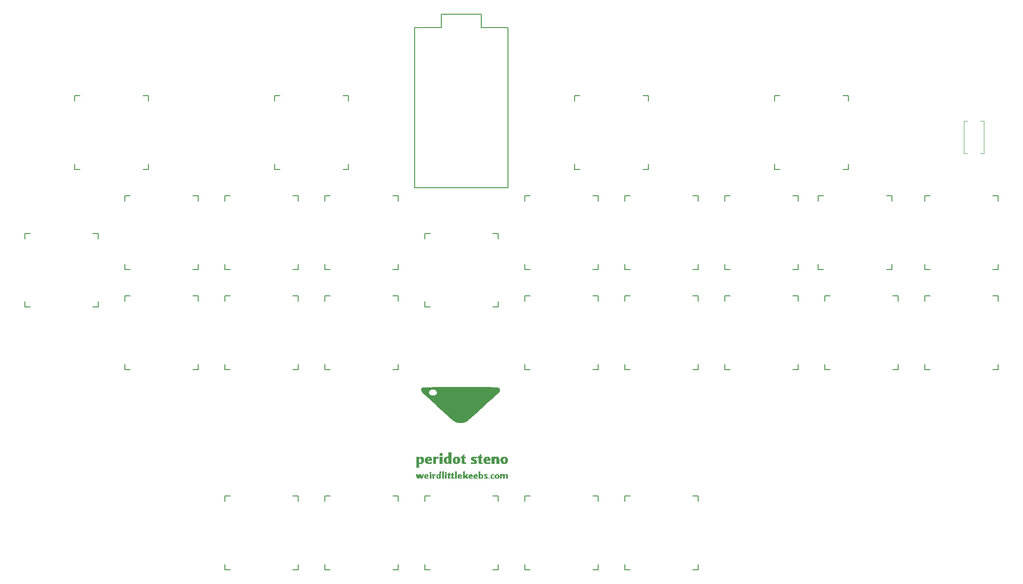
<source format=gto>
%TF.GenerationSoftware,KiCad,Pcbnew,(6.0.9)*%
%TF.CreationDate,2023-02-21T23:40:31+05:30*%
%TF.ProjectId,Peridot Steno,50657269-646f-4742-9053-74656e6f2e6b,rev?*%
%TF.SameCoordinates,Original*%
%TF.FileFunction,Legend,Top*%
%TF.FilePolarity,Positive*%
%FSLAX46Y46*%
G04 Gerber Fmt 4.6, Leading zero omitted, Abs format (unit mm)*
G04 Created by KiCad (PCBNEW (6.0.9)) date 2023-02-21 23:40:31*
%MOMM*%
%LPD*%
G01*
G04 APERTURE LIST*
%ADD10C,0.150000*%
%ADD11C,0.120000*%
%ADD12C,1.900000*%
%ADD13C,2.100000*%
%ADD14C,4.000000*%
%ADD15O,2.800000X2.000000*%
%ADD16O,2.500000X2.000000*%
%ADD17O,2.000000X2.500000*%
%ADD18O,2.000000X2.800000*%
%ADD19C,3.987800*%
%ADD20C,3.048000*%
%ADD21C,1.800000*%
%ADD22R,1.752600X1.752600*%
%ADD23C,1.752600*%
%ADD24R,1.600000X1.600000*%
%ADD25O,1.600000X1.600000*%
%ADD26R,2.000000X2.000000*%
G04 APERTURE END LIST*
D10*
%TO.C,SW26*%
X168925000Y-72675000D02*
X168925000Y-73675000D01*
X168925000Y-59675000D02*
X168925000Y-60675000D01*
X154925000Y-60675000D02*
X154925000Y-59675000D01*
X154925000Y-73675000D02*
X154925000Y-72675000D01*
X168925000Y-59675000D02*
X167925000Y-59675000D01*
X155925000Y-59675000D02*
X154925000Y-59675000D01*
X167925000Y-73675000D02*
X168925000Y-73675000D01*
X154925000Y-73675000D02*
X155925000Y-73675000D01*
%TO.C,SW19*%
X111775000Y-116825000D02*
X110775000Y-116825000D01*
X97775000Y-130825000D02*
X98775000Y-130825000D01*
X97775000Y-117825000D02*
X97775000Y-116825000D01*
X98775000Y-116825000D02*
X97775000Y-116825000D01*
X97775000Y-130825000D02*
X97775000Y-129825000D01*
X110775000Y-130825000D02*
X111775000Y-130825000D01*
X111775000Y-129825000D02*
X111775000Y-130825000D01*
X111775000Y-116825000D02*
X111775000Y-117825000D01*
%TO.C,SW17*%
X116825000Y-60675000D02*
X116825000Y-59675000D01*
X129825000Y-73675000D02*
X130825000Y-73675000D01*
X130825000Y-59675000D02*
X130825000Y-60675000D01*
X116825000Y-73675000D02*
X116825000Y-72675000D01*
X130825000Y-59675000D02*
X129825000Y-59675000D01*
X116825000Y-73675000D02*
X117825000Y-73675000D01*
X130825000Y-72675000D02*
X130825000Y-73675000D01*
X117825000Y-59675000D02*
X116825000Y-59675000D01*
%TO.C,SW42*%
X232125000Y-59675000D02*
X231125000Y-59675000D01*
X245125000Y-72675000D02*
X245125000Y-73675000D01*
X231125000Y-60675000D02*
X231125000Y-59675000D01*
X231125000Y-73675000D02*
X232125000Y-73675000D01*
X245125000Y-59675000D02*
X245125000Y-60675000D01*
X245125000Y-59675000D02*
X244125000Y-59675000D01*
X244125000Y-73675000D02*
X245125000Y-73675000D01*
X231125000Y-73675000D02*
X231125000Y-72675000D01*
%TO.C,SW27*%
X154925000Y-79725000D02*
X154925000Y-78725000D01*
X154925000Y-92725000D02*
X155925000Y-92725000D01*
X155925000Y-78725000D02*
X154925000Y-78725000D01*
X168925000Y-78725000D02*
X168925000Y-79725000D01*
X167925000Y-92725000D02*
X168925000Y-92725000D01*
X168925000Y-91725000D02*
X168925000Y-92725000D01*
X168925000Y-78725000D02*
X167925000Y-78725000D01*
X154925000Y-92725000D02*
X154925000Y-91725000D01*
%TO.C,SW36*%
X173975000Y-130825000D02*
X174975000Y-130825000D01*
X174975000Y-116825000D02*
X173975000Y-116825000D01*
X187975000Y-129825000D02*
X187975000Y-130825000D01*
X187975000Y-116825000D02*
X187975000Y-117825000D01*
X186975000Y-130825000D02*
X187975000Y-130825000D01*
X187975000Y-116825000D02*
X186975000Y-116825000D01*
X173975000Y-130825000D02*
X173975000Y-129825000D01*
X173975000Y-117825000D02*
X173975000Y-116825000D01*
%TO.C,SW21*%
X149875000Y-80818750D02*
X149875000Y-79818750D01*
X135875000Y-66818750D02*
X135875000Y-67818750D01*
X136875000Y-80818750D02*
X135875000Y-80818750D01*
X149875000Y-67818750D02*
X149875000Y-66818750D01*
X148875000Y-66818750D02*
X149875000Y-66818750D01*
X135875000Y-79818750D02*
X135875000Y-80818750D01*
X135875000Y-66818750D02*
X136875000Y-66818750D01*
X149875000Y-80818750D02*
X148875000Y-80818750D01*
%TO.C,SW32*%
X168925000Y-129825000D02*
X168925000Y-130825000D01*
X154925000Y-130825000D02*
X155925000Y-130825000D01*
X155925000Y-116825000D02*
X154925000Y-116825000D01*
X167925000Y-130825000D02*
X168925000Y-130825000D01*
X154925000Y-130825000D02*
X154925000Y-129825000D01*
X168925000Y-116825000D02*
X168925000Y-117825000D01*
X168925000Y-116825000D02*
X167925000Y-116825000D01*
X154925000Y-117825000D02*
X154925000Y-116825000D01*
%TO.C,SW28*%
X149875000Y-116825000D02*
X149875000Y-117825000D01*
X135875000Y-130825000D02*
X135875000Y-129825000D01*
X149875000Y-129825000D02*
X149875000Y-130825000D01*
X136875000Y-116825000D02*
X135875000Y-116825000D01*
X149875000Y-116825000D02*
X148875000Y-116825000D01*
X135875000Y-117825000D02*
X135875000Y-116825000D01*
X148875000Y-130825000D02*
X149875000Y-130825000D01*
X135875000Y-130825000D02*
X136875000Y-130825000D01*
%TO.C,SW33*%
X216550000Y-40625000D02*
X216550000Y-41625000D01*
X203550000Y-40625000D02*
X202550000Y-40625000D01*
X202550000Y-41625000D02*
X202550000Y-40625000D01*
X202550000Y-54625000D02*
X202550000Y-53625000D01*
X216550000Y-53625000D02*
X216550000Y-54625000D01*
X202550000Y-54625000D02*
X203550000Y-54625000D01*
X216550000Y-40625000D02*
X215550000Y-40625000D01*
X215550000Y-54625000D02*
X216550000Y-54625000D01*
%TO.C,SW34*%
X207025000Y-59675000D02*
X206025000Y-59675000D01*
X193025000Y-73675000D02*
X193025000Y-72675000D01*
X207025000Y-72675000D02*
X207025000Y-73675000D01*
X193025000Y-73675000D02*
X194025000Y-73675000D01*
X207025000Y-59675000D02*
X207025000Y-60675000D01*
X206025000Y-73675000D02*
X207025000Y-73675000D01*
X194025000Y-59675000D02*
X193025000Y-59675000D01*
X193025000Y-60675000D02*
X193025000Y-59675000D01*
%TO.C,SW39*%
X226075000Y-78725000D02*
X226075000Y-79725000D01*
X212075000Y-92725000D02*
X213075000Y-92725000D01*
X226075000Y-91725000D02*
X226075000Y-92725000D01*
X212075000Y-92725000D02*
X212075000Y-91725000D01*
X226075000Y-78725000D02*
X225075000Y-78725000D01*
X213075000Y-78725000D02*
X212075000Y-78725000D01*
X212075000Y-79725000D02*
X212075000Y-78725000D01*
X225075000Y-92725000D02*
X226075000Y-92725000D01*
%TO.C,SW31*%
X187975000Y-78725000D02*
X187975000Y-79725000D01*
X187975000Y-78725000D02*
X186975000Y-78725000D01*
X173975000Y-92725000D02*
X173975000Y-91725000D01*
X173975000Y-92725000D02*
X174975000Y-92725000D01*
X187975000Y-91725000D02*
X187975000Y-92725000D01*
X174975000Y-78725000D02*
X173975000Y-78725000D01*
X186975000Y-92725000D02*
X187975000Y-92725000D01*
X173975000Y-79725000D02*
X173975000Y-78725000D01*
%TO.C,SW9*%
X78725000Y-92725000D02*
X78725000Y-91725000D01*
X79725000Y-78725000D02*
X78725000Y-78725000D01*
X78725000Y-92725000D02*
X79725000Y-92725000D01*
X92725000Y-91725000D02*
X92725000Y-92725000D01*
X91725000Y-92725000D02*
X92725000Y-92725000D01*
X92725000Y-78725000D02*
X91725000Y-78725000D01*
X78725000Y-79725000D02*
X78725000Y-78725000D01*
X92725000Y-78725000D02*
X92725000Y-79725000D01*
%TO.C,U1*%
X151765000Y-27622500D02*
X151765000Y-58102500D01*
X146685000Y-25082500D02*
X146685000Y-27622500D01*
X146685000Y-27622500D02*
X151765000Y-27622500D01*
X133985000Y-27622500D02*
X133985000Y-58102500D01*
X133985000Y-27622500D02*
X139065000Y-27622500D01*
X139065000Y-25082500D02*
X146685000Y-25082500D01*
X151765000Y-58102500D02*
X133985000Y-58102500D01*
X139065000Y-27622500D02*
X139065000Y-25082500D01*
%TO.C,SW12*%
X98775000Y-59675000D02*
X97775000Y-59675000D01*
X111775000Y-59675000D02*
X111775000Y-60675000D01*
X111775000Y-59675000D02*
X110775000Y-59675000D01*
X111775000Y-72675000D02*
X111775000Y-73675000D01*
X110775000Y-73675000D02*
X111775000Y-73675000D01*
X97775000Y-60675000D02*
X97775000Y-59675000D01*
X97775000Y-73675000D02*
X97775000Y-72675000D01*
X97775000Y-73675000D02*
X98775000Y-73675000D01*
%TO.C,SW4*%
X73675000Y-80818750D02*
X72675000Y-80818750D01*
X59675000Y-66818750D02*
X60675000Y-66818750D01*
X59675000Y-66818750D02*
X59675000Y-67818750D01*
X59675000Y-79818750D02*
X59675000Y-80818750D01*
X72675000Y-66818750D02*
X73675000Y-66818750D01*
X73675000Y-80818750D02*
X73675000Y-79818750D01*
X73675000Y-67818750D02*
X73675000Y-66818750D01*
X60675000Y-80818750D02*
X59675000Y-80818750D01*
%TO.C,SW11*%
X107300000Y-54625000D02*
X107300000Y-53625000D01*
X121300000Y-53625000D02*
X121300000Y-54625000D01*
X121300000Y-40625000D02*
X121300000Y-41625000D01*
X108300000Y-40625000D02*
X107300000Y-40625000D01*
X120300000Y-54625000D02*
X121300000Y-54625000D01*
X107300000Y-54625000D02*
X108300000Y-54625000D01*
X121300000Y-40625000D02*
X120300000Y-40625000D01*
X107300000Y-41625000D02*
X107300000Y-40625000D01*
D11*
%TO.C,SW1*%
X242385850Y-51619150D02*
X242385850Y-45370750D01*
X242385850Y-45370750D02*
X241708601Y-45370750D01*
X241715290Y-51619150D02*
X242385850Y-51619150D01*
X238626650Y-45370750D02*
X238626650Y-51619150D01*
X239303899Y-45370750D02*
X238626650Y-45370750D01*
X238626650Y-51619150D02*
X239297210Y-51619150D01*
D10*
%TO.C,SW38*%
X224850000Y-72675000D02*
X224850000Y-73675000D01*
X210850000Y-73675000D02*
X210850000Y-72675000D01*
X210850000Y-73675000D02*
X211850000Y-73675000D01*
X210850000Y-60675000D02*
X210850000Y-59675000D01*
X223850000Y-73675000D02*
X224850000Y-73675000D01*
X224850000Y-59675000D02*
X223850000Y-59675000D01*
X211850000Y-59675000D02*
X210850000Y-59675000D01*
X224850000Y-59675000D02*
X224850000Y-60675000D01*
%TO.C,SW2*%
X83200000Y-53625000D02*
X83200000Y-54625000D01*
X69200000Y-41625000D02*
X69200000Y-40625000D01*
X70200000Y-40625000D02*
X69200000Y-40625000D01*
X82200000Y-54625000D02*
X83200000Y-54625000D01*
X83200000Y-40625000D02*
X83200000Y-41625000D01*
X83200000Y-40625000D02*
X82200000Y-40625000D01*
X69200000Y-54625000D02*
X69200000Y-53625000D01*
X69200000Y-54625000D02*
X70200000Y-54625000D01*
%TO.C,SW35*%
X193025000Y-79725000D02*
X193025000Y-78725000D01*
X206025000Y-92725000D02*
X207025000Y-92725000D01*
X207025000Y-91725000D02*
X207025000Y-92725000D01*
X207025000Y-78725000D02*
X207025000Y-79725000D01*
X193025000Y-92725000D02*
X194025000Y-92725000D01*
X207025000Y-78725000D02*
X206025000Y-78725000D01*
X194025000Y-78725000D02*
X193025000Y-78725000D01*
X193025000Y-92725000D02*
X193025000Y-91725000D01*
%TO.C,SW23*%
X130825000Y-129825000D02*
X130825000Y-130825000D01*
X117825000Y-116825000D02*
X116825000Y-116825000D01*
X116825000Y-130825000D02*
X117825000Y-130825000D01*
X130825000Y-116825000D02*
X130825000Y-117825000D01*
X116825000Y-130825000D02*
X116825000Y-129825000D01*
X130825000Y-116825000D02*
X129825000Y-116825000D01*
X129825000Y-130825000D02*
X130825000Y-130825000D01*
X116825000Y-117825000D02*
X116825000Y-116825000D01*
%TO.C,SW25*%
X164450000Y-54625000D02*
X165450000Y-54625000D01*
X178450000Y-40625000D02*
X178450000Y-41625000D01*
X178450000Y-53625000D02*
X178450000Y-54625000D01*
X178450000Y-40625000D02*
X177450000Y-40625000D01*
X164450000Y-41625000D02*
X164450000Y-40625000D01*
X164450000Y-54625000D02*
X164450000Y-53625000D01*
X165450000Y-40625000D02*
X164450000Y-40625000D01*
X177450000Y-54625000D02*
X178450000Y-54625000D01*
%TO.C,SW30*%
X187975000Y-59675000D02*
X186975000Y-59675000D01*
X187975000Y-72675000D02*
X187975000Y-73675000D01*
X186975000Y-73675000D02*
X187975000Y-73675000D01*
X173975000Y-73675000D02*
X174975000Y-73675000D01*
X174975000Y-59675000D02*
X173975000Y-59675000D01*
X173975000Y-73675000D02*
X173975000Y-72675000D01*
X187975000Y-59675000D02*
X187975000Y-60675000D01*
X173975000Y-60675000D02*
X173975000Y-59675000D01*
%TO.C,SW43*%
X245125000Y-78725000D02*
X244125000Y-78725000D01*
X245125000Y-78725000D02*
X245125000Y-79725000D01*
X232125000Y-78725000D02*
X231125000Y-78725000D01*
X231125000Y-92725000D02*
X232125000Y-92725000D01*
X231125000Y-92725000D02*
X231125000Y-91725000D01*
X231125000Y-79725000D02*
X231125000Y-78725000D01*
X245125000Y-91725000D02*
X245125000Y-92725000D01*
X244125000Y-92725000D02*
X245125000Y-92725000D01*
%TO.C,G\u002A\u002A\u002A*%
G36*
X139091487Y-108612956D02*
G01*
X139147823Y-108623885D01*
X139187480Y-108649487D01*
X139221244Y-108687627D01*
X139271822Y-108783839D01*
X139282953Y-108872430D01*
X139268376Y-108998476D01*
X139222065Y-109088278D01*
X139140952Y-109148208D01*
X139079168Y-109174300D01*
X139027289Y-109183132D01*
X138963461Y-109175918D01*
X138898638Y-109161658D01*
X138797354Y-109114929D01*
X138727750Y-109036913D01*
X138693016Y-108938998D01*
X138696340Y-108832573D01*
X138740909Y-108729027D01*
X138767845Y-108694446D01*
X138814101Y-108647664D01*
X138858292Y-108622530D01*
X138918891Y-108612410D01*
X139001186Y-108610657D01*
X139091487Y-108612956D01*
G37*
G36*
X135136977Y-112629650D02*
G01*
X135163752Y-112674418D01*
X135189409Y-112735724D01*
X135221939Y-112829782D01*
X135255599Y-112939601D01*
X135266598Y-112978669D01*
X135293380Y-113071851D01*
X135314664Y-113137561D01*
X135327506Y-113167148D01*
X135329912Y-113164697D01*
X135336180Y-113123899D01*
X135351573Y-113046483D01*
X135373372Y-112945760D01*
X135386268Y-112888889D01*
X135440922Y-112651566D01*
X135578870Y-112651566D01*
X135669297Y-112656810D01*
X135711723Y-112672895D01*
X135715765Y-112683637D01*
X135707329Y-112717847D01*
X135684727Y-112791393D01*
X135650882Y-112895229D01*
X135608717Y-113020307D01*
X135581068Y-113100556D01*
X135447424Y-113485404D01*
X135253968Y-113492801D01*
X135060512Y-113500197D01*
X135012184Y-113306121D01*
X134987445Y-113217919D01*
X134964677Y-113156075D01*
X134947913Y-113131039D01*
X134944930Y-113131957D01*
X134928579Y-113165270D01*
X134904095Y-113233208D01*
X134877507Y-113318637D01*
X134829008Y-113485404D01*
X134636501Y-113492808D01*
X134443994Y-113500211D01*
X134323218Y-113107959D01*
X134282170Y-112972873D01*
X134247145Y-112854230D01*
X134220720Y-112761032D01*
X134205473Y-112702284D01*
X134202762Y-112687180D01*
X134225843Y-112672835D01*
X134284157Y-112657365D01*
X134361745Y-112643176D01*
X134442648Y-112632673D01*
X134510907Y-112628264D01*
X134550564Y-112632353D01*
X134553554Y-112634295D01*
X134563001Y-112663266D01*
X134576822Y-112727728D01*
X134588959Y-112795694D01*
X134608994Y-112901081D01*
X134632877Y-113005011D01*
X134646181Y-113053742D01*
X134678472Y-113160867D01*
X134739882Y-112893388D01*
X134801291Y-112625909D01*
X134883827Y-112625909D01*
X134971956Y-112620631D01*
X135044440Y-112610294D01*
X135101109Y-112605817D01*
X135136977Y-112629650D01*
G37*
G36*
X143485913Y-112997930D02*
G01*
X143589349Y-112882475D01*
X143655107Y-112803546D01*
X143712957Y-112724774D01*
X143738717Y-112683637D01*
X143764597Y-112640666D01*
X143792299Y-112615773D01*
X143835580Y-112604025D01*
X143908199Y-112600487D01*
X143971238Y-112600253D01*
X144061550Y-112602678D01*
X144127621Y-112609077D01*
X144156778Y-112618140D01*
X144157195Y-112619495D01*
X144140399Y-112645612D01*
X144096070Y-112698955D01*
X144032376Y-112769896D01*
X144002086Y-112802335D01*
X143847610Y-112965931D01*
X144015548Y-113184576D01*
X144084463Y-113277373D01*
X144139677Y-113357568D01*
X144174589Y-113415205D01*
X144183485Y-113437898D01*
X144170786Y-113455448D01*
X144127629Y-113466277D01*
X144046425Y-113471556D01*
X143958498Y-113472576D01*
X143733511Y-113472576D01*
X143650601Y-113321763D01*
X143601485Y-113238579D01*
X143555359Y-113170736D01*
X143525058Y-113135753D01*
X143503532Y-113121797D01*
X143492362Y-113130538D01*
X143490015Y-113170490D01*
X143494960Y-113250167D01*
X143497926Y-113286566D01*
X143513429Y-113472576D01*
X143187932Y-113472576D01*
X143177966Y-112799091D01*
X143175340Y-112619036D01*
X143173051Y-112456894D01*
X143171188Y-112319409D01*
X143169838Y-112213330D01*
X143169093Y-112145401D01*
X143169025Y-112122352D01*
X143192918Y-112118297D01*
X143254718Y-112110733D01*
X143341273Y-112101266D01*
X143345183Y-112100858D01*
X143520315Y-112082620D01*
X143485913Y-112997930D01*
G37*
G36*
X141290872Y-112306225D02*
G01*
X141305821Y-112357191D01*
X141309945Y-112454410D01*
X141309950Y-112459142D01*
X141309950Y-112625909D01*
X141399748Y-112625909D01*
X141460079Y-112630200D01*
X141484825Y-112651964D01*
X141489546Y-112702879D01*
X141483188Y-112757397D01*
X141453200Y-112777491D01*
X141412576Y-112779849D01*
X141335606Y-112779849D01*
X141335606Y-113020445D01*
X141338812Y-113153213D01*
X141350570Y-113241518D01*
X141374092Y-113291929D01*
X141412588Y-113311016D01*
X141469271Y-113305351D01*
X141474263Y-113304132D01*
X141518750Y-113297447D01*
X141537158Y-113316494D01*
X141540856Y-113373757D01*
X141540859Y-113377252D01*
X141528808Y-113451983D01*
X141500275Y-113482659D01*
X141452372Y-113490599D01*
X141371559Y-113494940D01*
X141275871Y-113495746D01*
X141183339Y-113493085D01*
X141111996Y-113487022D01*
X141085161Y-113481143D01*
X141044877Y-113449495D01*
X141015083Y-113387616D01*
X140994147Y-113289415D01*
X140980441Y-113148807D01*
X140976414Y-113074899D01*
X140963586Y-112792677D01*
X140893030Y-112784559D01*
X140835318Y-112763052D01*
X140819407Y-112722327D01*
X140843847Y-112670772D01*
X140907187Y-112616778D01*
X140923784Y-112606772D01*
X140996053Y-112555068D01*
X141078439Y-112481031D01*
X141135253Y-112420775D01*
X141210170Y-112339023D01*
X141260516Y-112300504D01*
X141290872Y-112306225D01*
G37*
G36*
X138025909Y-109479097D02*
G01*
X138083636Y-109426312D01*
X138216526Y-109336942D01*
X138365738Y-109293995D01*
X138423117Y-109290556D01*
X138498776Y-109295924D01*
X138542664Y-109317399D01*
X138557870Y-109363032D01*
X138547482Y-109440876D01*
X138519663Y-109542288D01*
X138489203Y-109634609D01*
X138463980Y-109685909D01*
X138438414Y-109705326D01*
X138420099Y-109705389D01*
X138308432Y-109687382D01*
X138232050Y-109680932D01*
X138176291Y-109685841D01*
X138127633Y-109701435D01*
X138069464Y-109739950D01*
X138037159Y-109788013D01*
X138037130Y-109788129D01*
X138032889Y-109831816D01*
X138030156Y-109916656D01*
X138029065Y-110032506D01*
X138029747Y-110169223D01*
X138031042Y-110255949D01*
X138038737Y-110668853D01*
X137754056Y-110666018D01*
X137469375Y-110663182D01*
X137471834Y-110002247D01*
X137472958Y-109797671D01*
X137474852Y-109638787D01*
X137477859Y-109519976D01*
X137482321Y-109435617D01*
X137488582Y-109380091D01*
X137496983Y-109347780D01*
X137507868Y-109333062D01*
X137512778Y-109330899D01*
X137554362Y-109324549D01*
X137633329Y-109316305D01*
X137735853Y-109307534D01*
X137788586Y-109303596D01*
X138025909Y-109286704D01*
X138025909Y-109479097D01*
G37*
G36*
X140605774Y-112315774D02*
G01*
X140614176Y-112377000D01*
X140617222Y-112459142D01*
X140617222Y-112625909D01*
X140715405Y-112625909D01*
X140778742Y-112628723D01*
X140804076Y-112644841D01*
X140804686Y-112685777D01*
X140802503Y-112701436D01*
X140782972Y-112759165D01*
X140737781Y-112782710D01*
X140723563Y-112784819D01*
X140691157Y-112790550D01*
X140670764Y-112805458D01*
X140659081Y-112839845D01*
X140652805Y-112904012D01*
X140648634Y-113008263D01*
X140648257Y-113019709D01*
X140647016Y-113150571D01*
X140655769Y-113237555D01*
X140677958Y-113287680D01*
X140717026Y-113307960D01*
X140776415Y-113305414D01*
X140787470Y-113303463D01*
X140873642Y-113287297D01*
X140856852Y-113373522D01*
X140837762Y-113437572D01*
X140813961Y-113477126D01*
X140812026Y-113478597D01*
X140773751Y-113488050D01*
X140699901Y-113494942D01*
X140606200Y-113497829D01*
X140602818Y-113497840D01*
X140498613Y-113495053D01*
X140430664Y-113483990D01*
X140384163Y-113461425D01*
X140365805Y-113446209D01*
X140332506Y-113410146D01*
X140309402Y-113368066D01*
X140294287Y-113309762D01*
X140284955Y-113225026D01*
X140279201Y-113103652D01*
X140277245Y-113036415D01*
X140270859Y-112792677D01*
X140200303Y-112784559D01*
X140144006Y-112761230D01*
X140125809Y-112717964D01*
X140145353Y-112668797D01*
X140202279Y-112627762D01*
X140204334Y-112626896D01*
X140257547Y-112593758D01*
X140330740Y-112534067D01*
X140409744Y-112459569D01*
X140424744Y-112444188D01*
X140494885Y-112373939D01*
X140552890Y-112320928D01*
X140588873Y-112294027D01*
X140593894Y-112292374D01*
X140605774Y-112315774D01*
G37*
G36*
X134379844Y-109357333D02*
G01*
X134469479Y-109348785D01*
X134580876Y-109343169D01*
X134655652Y-109341869D01*
X134744134Y-109343096D01*
X134793015Y-109349778D01*
X134814000Y-109366412D01*
X134818792Y-109397499D01*
X134818838Y-109404599D01*
X134818838Y-109467328D01*
X134960681Y-109404599D01*
X135123411Y-109354113D01*
X135282756Y-109344321D01*
X135429881Y-109373481D01*
X135555949Y-109439850D01*
X135651533Y-109540791D01*
X135713000Y-109650806D01*
X135750212Y-109765537D01*
X135767846Y-109902708D01*
X135770882Y-109993025D01*
X135767494Y-110105767D01*
X135750444Y-110194049D01*
X135713884Y-110284126D01*
X135699669Y-110312630D01*
X135595230Y-110462794D01*
X135456004Y-110578994D01*
X135288425Y-110657828D01*
X135098927Y-110695893D01*
X134972157Y-110697464D01*
X134820284Y-110688839D01*
X134836193Y-111037509D01*
X134852103Y-111386179D01*
X134597553Y-111401687D01*
X134485052Y-111409724D01*
X134389592Y-111418721D01*
X134324325Y-111427326D01*
X134305112Y-111431745D01*
X134295596Y-111430242D01*
X134287787Y-111414797D01*
X134281523Y-111381016D01*
X134276642Y-111324506D01*
X134272980Y-111240872D01*
X134270374Y-111125722D01*
X134268662Y-110974661D01*
X134267680Y-110783296D01*
X134267267Y-110547232D01*
X134267222Y-110409546D01*
X134267222Y-110058091D01*
X134793182Y-110058091D01*
X134793481Y-110199834D01*
X134795234Y-110298446D01*
X134799720Y-110362111D01*
X134808219Y-110399010D01*
X134822012Y-110417326D01*
X134842380Y-110425242D01*
X134850909Y-110426995D01*
X134925075Y-110439178D01*
X134974419Y-110438570D01*
X135024030Y-110424292D01*
X135033907Y-110420590D01*
X135097845Y-110379836D01*
X135137936Y-110335703D01*
X135182179Y-110235199D01*
X135206784Y-110109118D01*
X135212085Y-109972568D01*
X135198417Y-109840658D01*
X135166115Y-109728498D01*
X135122935Y-109658550D01*
X135054566Y-109609391D01*
X134978068Y-109604865D01*
X134884603Y-109644647D01*
X134876566Y-109649467D01*
X134793182Y-109700307D01*
X134793182Y-110058091D01*
X134267222Y-110058091D01*
X134267222Y-109372798D01*
X134379844Y-109357333D01*
G37*
G36*
X147120207Y-109697449D02*
G01*
X147211272Y-109540982D01*
X147340303Y-109414460D01*
X147427290Y-109359254D01*
X147486086Y-109332339D01*
X147549724Y-109315524D01*
X147632289Y-109306641D01*
X147747865Y-109303521D01*
X147790106Y-109303384D01*
X147910636Y-109304435D01*
X147993726Y-109309406D01*
X148053236Y-109321025D01*
X148103024Y-109342022D01*
X148156951Y-109375124D01*
X148157988Y-109375810D01*
X148263407Y-109475939D01*
X148341245Y-109617114D01*
X148389999Y-109796186D01*
X148401936Y-109887071D01*
X148418247Y-110060253D01*
X148007028Y-110060253D01*
X147853438Y-110060528D01*
X147743776Y-110061984D01*
X147670654Y-110065564D01*
X147626687Y-110072214D01*
X147604490Y-110082877D01*
X147596675Y-110098499D01*
X147595808Y-110112840D01*
X147618008Y-110205723D01*
X147675835Y-110294376D01*
X147756130Y-110358660D01*
X147756596Y-110358902D01*
X147865500Y-110392403D01*
X147997905Y-110399663D01*
X148133563Y-110381252D01*
X148237266Y-110345381D01*
X148303083Y-110315281D01*
X148346117Y-110298816D01*
X148354654Y-110297753D01*
X148360744Y-110324450D01*
X148370339Y-110386939D01*
X148378404Y-110448236D01*
X148396255Y-110592482D01*
X148271839Y-110636763D01*
X148148518Y-110667284D01*
X147994230Y-110686202D01*
X147828139Y-110692869D01*
X147669407Y-110686641D01*
X147537199Y-110666872D01*
X147518838Y-110662145D01*
X147353109Y-110592431D01*
X147223358Y-110486477D01*
X147130639Y-110345639D01*
X147076007Y-110171272D01*
X147063701Y-110077064D01*
X147069957Y-109880657D01*
X147593483Y-109880657D01*
X147929343Y-109880657D01*
X147929343Y-109779701D01*
X147916617Y-109657111D01*
X147880048Y-109573451D01*
X147822055Y-109531936D01*
X147745852Y-109535530D01*
X147691893Y-109577298D01*
X147645712Y-109660411D01*
X147612683Y-109774957D01*
X147610903Y-109784445D01*
X147593483Y-109880657D01*
X147069957Y-109880657D01*
X147070039Y-109878073D01*
X147120207Y-109697449D01*
G37*
G36*
X142015505Y-113472576D02*
G01*
X141670777Y-113472576D01*
X141656313Y-112116590D01*
X141730076Y-112101856D01*
X141805648Y-112092096D01*
X141895596Y-112087241D01*
X141909672Y-112087122D01*
X142015505Y-112087122D01*
X142015505Y-113472576D01*
G37*
G36*
X135846920Y-112798088D02*
G01*
X135943421Y-112705229D01*
X136065382Y-112650950D01*
X136224997Y-112626991D01*
X136363124Y-112647528D01*
X136475362Y-112709317D01*
X136557311Y-112809117D01*
X136604571Y-112943685D01*
X136614655Y-113055657D01*
X136614798Y-113139041D01*
X136358232Y-113139041D01*
X136250537Y-113141103D01*
X136165101Y-113146665D01*
X136112784Y-113154786D01*
X136101667Y-113161237D01*
X136121650Y-113209663D01*
X136170083Y-113264540D01*
X136229691Y-113309031D01*
X136269911Y-113325199D01*
X136359582Y-113326578D01*
X136468706Y-113305996D01*
X136542928Y-113280868D01*
X136576323Y-113279614D01*
X136599842Y-113316164D01*
X136609919Y-113348467D01*
X136620231Y-113412394D01*
X136614314Y-113454728D01*
X136612522Y-113457176D01*
X136579385Y-113468092D01*
X136507159Y-113478688D01*
X136408054Y-113487438D01*
X136340279Y-113491189D01*
X136219161Y-113495105D01*
X136134470Y-113493008D01*
X136071481Y-113482942D01*
X136015470Y-113462952D01*
X135973384Y-113442448D01*
X135863614Y-113360960D01*
X135795739Y-113250790D01*
X135768762Y-113110193D01*
X135768171Y-113082984D01*
X135786191Y-112939497D01*
X136101667Y-112939497D01*
X136111323Y-112968196D01*
X136148384Y-112981823D01*
X136219160Y-112985101D01*
X136336653Y-112985101D01*
X136318769Y-112901718D01*
X136300354Y-112828094D01*
X136280257Y-112792071D01*
X136248918Y-112780540D01*
X136229890Y-112779849D01*
X136177476Y-112801818D01*
X136130214Y-112855007D01*
X136103422Y-112920344D01*
X136101667Y-112939497D01*
X135786191Y-112939497D01*
X135788054Y-112924659D01*
X135846920Y-112798088D01*
G37*
G36*
X150330645Y-109796146D02*
G01*
X150391947Y-109626720D01*
X150491324Y-109489837D01*
X150626491Y-109387499D01*
X150795163Y-109321708D01*
X150995053Y-109294468D01*
X151108577Y-109296082D01*
X151308475Y-109327985D01*
X151473136Y-109397064D01*
X151601601Y-109502312D01*
X151692914Y-109642724D01*
X151746118Y-109817293D01*
X151760606Y-109981518D01*
X151742372Y-110184421D01*
X151684217Y-110355418D01*
X151587430Y-110493174D01*
X151453305Y-110596350D01*
X151283132Y-110663611D01*
X151078205Y-110693618D01*
X151072273Y-110693896D01*
X150933789Y-110694646D01*
X150823541Y-110681011D01*
X150730594Y-110654389D01*
X150572512Y-110573019D01*
X150449842Y-110455710D01*
X150364409Y-110305316D01*
X150318038Y-110124693D01*
X150312151Y-110033873D01*
X150837712Y-110033873D01*
X150851610Y-110169025D01*
X150881739Y-110285691D01*
X150928099Y-110370671D01*
X150944429Y-110387374D01*
X150995652Y-110426524D01*
X151031674Y-110444904D01*
X151033788Y-110445101D01*
X151066949Y-110429611D01*
X151117215Y-110391867D01*
X151122407Y-110387374D01*
X151170950Y-110316558D01*
X151206239Y-110209196D01*
X151227393Y-110078543D01*
X151233530Y-109937853D01*
X151223769Y-109800379D01*
X151197227Y-109679376D01*
X151173379Y-109621151D01*
X151116137Y-109552437D01*
X151044915Y-109528638D01*
X150970182Y-109551985D01*
X150944428Y-109572367D01*
X150893403Y-109649480D01*
X150858608Y-109760901D01*
X150840045Y-109893432D01*
X150837712Y-110033873D01*
X150312151Y-110033873D01*
X150309703Y-109996112D01*
X150330645Y-109796146D01*
G37*
G36*
X137153586Y-112956238D02*
G01*
X137154728Y-113093527D01*
X137157854Y-113218777D01*
X137162516Y-113319784D01*
X137168265Y-113384348D01*
X137169621Y-113392399D01*
X137185657Y-113472576D01*
X136805002Y-113472576D01*
X136806112Y-113051607D01*
X136807222Y-112630637D01*
X136897020Y-112615727D01*
X136986994Y-112604935D01*
X137070202Y-112600535D01*
X137153586Y-112600253D01*
X137153586Y-112956238D01*
G37*
G36*
X139257424Y-110663182D02*
G01*
X138698676Y-110663182D01*
X138702242Y-110004656D01*
X138703686Y-109826139D01*
X138705902Y-109665107D01*
X138708719Y-109528501D01*
X138711969Y-109423259D01*
X138715481Y-109356319D01*
X138718636Y-109334621D01*
X138748066Y-109328226D01*
X138817315Y-109320095D01*
X138914974Y-109311427D01*
X138994444Y-109305660D01*
X139257424Y-109288207D01*
X139257424Y-110663182D01*
G37*
G36*
X139526818Y-113472576D02*
G01*
X139213032Y-113472576D01*
X139200231Y-112799091D01*
X139197097Y-112618657D01*
X139194833Y-112455776D01*
X139193487Y-112317273D01*
X139193111Y-112209975D01*
X139193751Y-112140705D01*
X139195334Y-112116353D01*
X139222997Y-112109667D01*
X139287322Y-112101389D01*
X139365028Y-112094113D01*
X139526818Y-112081126D01*
X139526818Y-113472576D01*
G37*
G36*
X144325603Y-112743948D02*
G01*
X144413416Y-112683637D01*
X144559060Y-112632644D01*
X144696695Y-112625734D01*
X144819336Y-112659144D01*
X144919996Y-112729110D01*
X144991689Y-112831869D01*
X145027429Y-112963658D01*
X145030152Y-113015874D01*
X145030152Y-113137246D01*
X144774375Y-113144557D01*
X144518597Y-113151869D01*
X144550592Y-113216010D01*
X144610074Y-113281314D01*
X144702397Y-113317474D01*
X144817112Y-113322898D01*
X144943770Y-113295993D01*
X144981673Y-113281737D01*
X145011139Y-113281204D01*
X145029674Y-113316763D01*
X145038610Y-113360817D01*
X145045922Y-113425713D01*
X145044361Y-113465227D01*
X145042580Y-113468700D01*
X145009427Y-113477257D01*
X144938114Y-113483459D01*
X144841742Y-113487220D01*
X144733414Y-113488455D01*
X144626233Y-113487077D01*
X144533300Y-113482999D01*
X144467718Y-113476135D01*
X144452076Y-113472589D01*
X144338889Y-113413546D01*
X144256604Y-113323043D01*
X144205702Y-113210946D01*
X144186667Y-113087122D01*
X144199984Y-112961437D01*
X144201412Y-112957795D01*
X144525446Y-112957795D01*
X144538413Y-112978354D01*
X144583642Y-112984656D01*
X144631986Y-112985101D01*
X144704126Y-112981893D01*
X144738340Y-112968245D01*
X144747824Y-112938127D01*
X144747929Y-112932102D01*
X144732774Y-112854758D01*
X144694157Y-112798890D01*
X144647542Y-112779849D01*
X144589200Y-112799965D01*
X144548394Y-112863276D01*
X144532897Y-112914546D01*
X144525446Y-112957795D01*
X144201412Y-112957795D01*
X144246135Y-112843757D01*
X144325603Y-112743948D01*
G37*
G36*
X140000825Y-112233586D02*
G01*
X140066574Y-112280829D01*
X140099472Y-112346179D01*
X140094470Y-112418683D01*
X140046519Y-112487386D01*
X140036490Y-112495764D01*
X139944716Y-112542210D01*
X139851976Y-112537447D01*
X139809040Y-112518282D01*
X139746395Y-112468988D01*
X139721758Y-112404003D01*
X139719635Y-112366906D01*
X139741656Y-112289129D01*
X139803639Y-112236608D01*
X139897900Y-112215545D01*
X139907273Y-112215404D01*
X140000825Y-112233586D01*
G37*
G36*
X138155621Y-112782214D02*
G01*
X138252502Y-112689321D01*
X138388127Y-112630046D01*
X138528671Y-112606417D01*
X138695545Y-112593022D01*
X138678202Y-112356753D01*
X138660859Y-112120485D01*
X138744268Y-112103803D01*
X138830730Y-112092056D01*
X138922126Y-112087122D01*
X139017747Y-112087122D01*
X138994413Y-112260303D01*
X138987531Y-112340831D01*
X138982351Y-112461235D01*
X138979117Y-112610100D01*
X138978074Y-112776010D01*
X138979466Y-112947550D01*
X138979555Y-112953049D01*
X138982077Y-113129854D01*
X138982803Y-113261777D01*
X138981328Y-113355230D01*
X138977247Y-113416623D01*
X138970153Y-113452369D01*
X138959642Y-113468880D01*
X138946712Y-113472594D01*
X138897105Y-113475948D01*
X138820580Y-113484420D01*
X138786359Y-113488892D01*
X138712965Y-113496113D01*
X138677399Y-113489590D01*
X138667391Y-113466676D01*
X138667323Y-113463235D01*
X138659797Y-113429589D01*
X138630892Y-113427317D01*
X138571123Y-113456098D01*
X138564697Y-113459748D01*
X138458922Y-113493101D01*
X138341088Y-113487364D01*
X138236032Y-113446262D01*
X138150319Y-113366113D01*
X138097868Y-113249531D01*
X138077893Y-113094643D01*
X138077644Y-113069309D01*
X138081829Y-113035264D01*
X138365203Y-113035264D01*
X138366792Y-113141267D01*
X138390723Y-113230352D01*
X138433377Y-113293900D01*
X138491137Y-113323295D01*
X138554156Y-113312926D01*
X138584168Y-113296790D01*
X138602445Y-113274406D01*
X138611373Y-113234678D01*
X138613342Y-113166511D01*
X138610739Y-113058809D01*
X138610499Y-113051127D01*
X138603182Y-112818334D01*
X138513496Y-112818334D01*
X138454657Y-112823315D01*
X138420773Y-112847574D01*
X138394968Y-112905086D01*
X138389574Y-112920960D01*
X138365203Y-113035264D01*
X138081829Y-113035264D01*
X138097372Y-112908838D01*
X138155621Y-112782214D01*
G37*
G36*
X141281438Y-109626664D02*
G01*
X141381802Y-109489626D01*
X141517857Y-109387243D01*
X141687314Y-109321512D01*
X141887885Y-109294427D01*
X142000497Y-109296082D01*
X142173178Y-109319322D01*
X142312791Y-109369946D01*
X142432956Y-109454047D01*
X142496935Y-109518153D01*
X142575532Y-109628715D01*
X142624171Y-109758216D01*
X142646494Y-109918142D01*
X142648900Y-109997485D01*
X142626972Y-110183329D01*
X142561928Y-110350755D01*
X142458219Y-110492509D01*
X142320291Y-110601339D01*
X142259242Y-110632818D01*
X142118485Y-110675733D01*
X141953314Y-110694853D01*
X141785149Y-110689453D01*
X141635410Y-110658811D01*
X141622260Y-110654326D01*
X141460749Y-110572238D01*
X141336413Y-110455510D01*
X141250618Y-110306255D01*
X141204732Y-110126587D01*
X141196940Y-109996724D01*
X141198905Y-109978917D01*
X141725537Y-109978917D01*
X141731648Y-110108464D01*
X141752856Y-110248185D01*
X141786260Y-110344618D01*
X141836296Y-110405199D01*
X141907399Y-110437364D01*
X141930691Y-110442125D01*
X141960228Y-110428966D01*
X142008813Y-110392863D01*
X142015256Y-110387374D01*
X142063226Y-110317185D01*
X142096492Y-110210896D01*
X142114765Y-110081654D01*
X142117757Y-109942606D01*
X142105177Y-109806900D01*
X142076736Y-109687683D01*
X142032613Y-109598729D01*
X141970625Y-109540892D01*
X141909553Y-109529117D01*
X141852471Y-109558195D01*
X141802455Y-109622922D01*
X141762577Y-109718088D01*
X141735913Y-109838489D01*
X141725537Y-109978917D01*
X141198905Y-109978917D01*
X141219055Y-109796362D01*
X141281438Y-109626664D01*
G37*
G36*
X140078785Y-112978687D02*
G01*
X140079931Y-113117389D01*
X140082844Y-113241536D01*
X140087130Y-113340272D01*
X140092394Y-113402742D01*
X140094605Y-113414849D01*
X140099917Y-113444297D01*
X140089584Y-113461518D01*
X140053670Y-113469789D01*
X139982239Y-113472382D01*
X139919454Y-113472576D01*
X139728832Y-113472576D01*
X139730451Y-113051592D01*
X139732071Y-112630609D01*
X139821869Y-112615713D01*
X139911845Y-112604931D01*
X139995051Y-112600535D01*
X140078434Y-112600253D01*
X140078785Y-112978687D01*
G37*
G36*
X149810835Y-109300021D02*
G01*
X149906133Y-109345886D01*
X149992726Y-109424895D01*
X150052715Y-109519711D01*
X150060999Y-109542357D01*
X150070962Y-109597239D01*
X150081220Y-109693655D01*
X150091031Y-109821834D01*
X150099653Y-109972007D01*
X150106346Y-110134403D01*
X150106649Y-110143677D01*
X150122980Y-110650435D01*
X149930556Y-110650677D01*
X149820177Y-110653011D01*
X149715941Y-110658897D01*
X149640580Y-110667039D01*
X149543029Y-110683159D01*
X149560846Y-110261281D01*
X149567099Y-110064180D01*
X149566479Y-109912289D01*
X149557999Y-109799844D01*
X149540673Y-109721080D01*
X149513512Y-109670232D01*
X149475530Y-109641537D01*
X149453418Y-109634002D01*
X149368893Y-109634920D01*
X149276530Y-109668773D01*
X149198932Y-109727188D01*
X149197471Y-109728787D01*
X149181467Y-109751459D01*
X149170355Y-109783577D01*
X149163645Y-109832994D01*
X149160849Y-109907562D01*
X149161477Y-110015133D01*
X149165040Y-110163561D01*
X149166749Y-110221934D01*
X149180094Y-110666387D01*
X148609242Y-110663985D01*
X148609242Y-110001849D01*
X148609383Y-109800595D01*
X148610107Y-109644738D01*
X148611865Y-109528363D01*
X148615108Y-109445552D01*
X148620289Y-109390392D01*
X148627859Y-109356965D01*
X148638270Y-109339357D01*
X148651972Y-109331651D01*
X148660556Y-109329591D01*
X148708868Y-109323352D01*
X148793020Y-109315523D01*
X148897623Y-109307481D01*
X148936364Y-109304863D01*
X149160859Y-109290257D01*
X149160859Y-109369514D01*
X149166154Y-109421266D01*
X149179011Y-109439342D01*
X149180101Y-109438910D01*
X149370599Y-109355275D01*
X149548886Y-109304302D01*
X149706819Y-109287784D01*
X149810835Y-109300021D01*
G37*
G36*
X142203186Y-112807040D02*
G01*
X142285725Y-112718971D01*
X142320429Y-112691636D01*
X142371865Y-112662035D01*
X142436804Y-112645622D01*
X142530880Y-112639214D01*
X142580069Y-112638738D01*
X142680496Y-112640492D01*
X142745861Y-112648805D01*
X142792379Y-112668250D01*
X142836263Y-112703401D01*
X142847752Y-112714249D01*
X142927507Y-112825062D01*
X142970634Y-112965844D01*
X142977483Y-113055657D01*
X142977626Y-113139041D01*
X142721061Y-113139041D01*
X142613358Y-113140121D01*
X142527920Y-113143033D01*
X142475606Y-113147285D01*
X142464495Y-113150662D01*
X142474000Y-113180020D01*
X142494234Y-113227553D01*
X142548689Y-113289170D01*
X142636586Y-113321390D01*
X142748478Y-113322989D01*
X142874920Y-113292743D01*
X142905757Y-113280868D01*
X142939151Y-113279614D01*
X142962671Y-113316164D01*
X142972747Y-113348467D01*
X142983059Y-113412394D01*
X142977142Y-113454728D01*
X142975350Y-113457176D01*
X142942213Y-113468092D01*
X142869987Y-113478688D01*
X142770883Y-113487438D01*
X142703108Y-113491189D01*
X142581989Y-113495105D01*
X142497298Y-113493008D01*
X142434310Y-113482942D01*
X142378298Y-113462952D01*
X142336212Y-113442448D01*
X142232245Y-113370618D01*
X142167703Y-113278827D01*
X142138416Y-113158712D01*
X142137185Y-113043105D01*
X142152227Y-112939497D01*
X142464495Y-112939497D01*
X142474279Y-112968352D01*
X142511742Y-112981951D01*
X142580438Y-112985101D01*
X142651116Y-112983300D01*
X142682490Y-112972275D01*
X142686562Y-112943601D01*
X142680922Y-112914546D01*
X142661853Y-112836282D01*
X142643812Y-112796084D01*
X142618856Y-112781497D01*
X142595038Y-112779849D01*
X142540835Y-112801912D01*
X142492662Y-112855482D01*
X142465999Y-112921629D01*
X142464495Y-112939497D01*
X142152227Y-112939497D01*
X142156581Y-112909506D01*
X142203186Y-112807040D01*
G37*
G36*
X148215887Y-113313568D02*
G01*
X148253276Y-113368049D01*
X148252427Y-113433758D01*
X148227922Y-113481945D01*
X148176832Y-113497821D01*
X148160666Y-113498233D01*
X148087445Y-113479455D01*
X148057626Y-113446920D01*
X148045416Y-113380347D01*
X148072661Y-113323674D01*
X148129563Y-113294129D01*
X148145185Y-113292980D01*
X148215887Y-113313568D01*
G37*
G36*
X135994642Y-109636400D02*
G01*
X136091418Y-109496479D01*
X136224869Y-109391653D01*
X136393596Y-109323279D01*
X136596203Y-109292712D01*
X136664354Y-109291119D01*
X136844424Y-109309860D01*
X136990219Y-109365553D01*
X137102911Y-109459388D01*
X137183672Y-109592555D01*
X137233675Y-109766243D01*
X137248886Y-109884096D01*
X137263654Y-110060253D01*
X136863771Y-110060253D01*
X136704655Y-110061915D01*
X136579029Y-110066668D01*
X136492426Y-110074164D01*
X136450378Y-110084054D01*
X136447693Y-110086456D01*
X136446169Y-110132004D01*
X136473553Y-110197305D01*
X136520716Y-110267669D01*
X136578528Y-110328406D01*
X136613775Y-110353685D01*
X136728797Y-110393682D01*
X136866423Y-110400681D01*
X137010112Y-110374863D01*
X137081571Y-110348601D01*
X137200126Y-110296159D01*
X137217092Y-110389873D01*
X137232362Y-110469263D01*
X137246580Y-110535767D01*
X137247492Y-110539620D01*
X137249146Y-110573756D01*
X137227242Y-110598586D01*
X137171360Y-110622365D01*
X137123871Y-110637526D01*
X137002867Y-110664579D01*
X136855623Y-110682814D01*
X136699085Y-110691549D01*
X136550203Y-110690102D01*
X136425925Y-110677791D01*
X136378840Y-110667500D01*
X136208281Y-110597887D01*
X136077477Y-110496563D01*
X135985751Y-110362572D01*
X135932424Y-110194957D01*
X135916707Y-110016108D01*
X135929350Y-109880657D01*
X136460859Y-109880657D01*
X136801369Y-109880657D01*
X136784893Y-109760455D01*
X136757562Y-109642550D01*
X136714883Y-109563069D01*
X136660141Y-109527086D01*
X136633301Y-109526307D01*
X136576077Y-109556829D01*
X136521234Y-109621546D01*
X136479348Y-109703999D01*
X136460995Y-109787731D01*
X136460859Y-109794653D01*
X136460859Y-109880657D01*
X135929350Y-109880657D01*
X135935939Y-109810062D01*
X135994642Y-109636400D01*
G37*
G36*
X148978494Y-112641082D02*
G01*
X149062095Y-112647258D01*
X149112752Y-112655983D01*
X149115360Y-112656945D01*
X149142578Y-112672486D01*
X149144626Y-112697313D01*
X149121505Y-112747808D01*
X149115360Y-112759571D01*
X149084720Y-112817490D01*
X149065758Y-112852466D01*
X149064219Y-112855108D01*
X149043576Y-112849862D01*
X149027017Y-112835866D01*
X148982453Y-112815530D01*
X148913275Y-112805678D01*
X148903138Y-112805505D01*
X148809327Y-112824495D01*
X148746226Y-112882838D01*
X148711924Y-112982590D01*
X148707428Y-113016131D01*
X148716041Y-113136614D01*
X148763108Y-113234810D01*
X148841067Y-113303116D01*
X148942354Y-113333931D01*
X149019499Y-113329819D01*
X149077432Y-113323729D01*
X149104320Y-113342469D01*
X149116600Y-113386831D01*
X149122917Y-113445799D01*
X149118500Y-113478844D01*
X149088916Y-113488044D01*
X149021396Y-113494881D01*
X148929306Y-113498124D01*
X148908215Y-113498233D01*
X148784589Y-113493862D01*
X148691988Y-113478320D01*
X148610679Y-113447966D01*
X148595436Y-113440505D01*
X148492147Y-113370185D01*
X148427883Y-113279060D01*
X148398634Y-113159084D01*
X148397387Y-113043105D01*
X148423150Y-112892435D01*
X148482703Y-112778331D01*
X148578029Y-112699126D01*
X148711111Y-112653154D01*
X148878636Y-112638738D01*
X148978494Y-112641082D01*
G37*
G36*
X150594692Y-112619737D02*
G01*
X150597626Y-112648359D01*
X150598919Y-112685802D01*
X150611265Y-112698987D01*
X150647365Y-112689741D01*
X150709124Y-112664394D01*
X150834808Y-112630547D01*
X150954489Y-112632016D01*
X151053394Y-112668188D01*
X151069148Y-112679349D01*
X151137086Y-112732788D01*
X151253960Y-112676210D01*
X151356803Y-112637722D01*
X151455742Y-112630127D01*
X151489936Y-112633056D01*
X151565119Y-112646630D01*
X151622359Y-112672478D01*
X151664307Y-112717042D01*
X151693615Y-112786769D01*
X151712936Y-112888100D01*
X151724922Y-113027481D01*
X151732226Y-113211356D01*
X151732533Y-113222445D01*
X151739343Y-113472616D01*
X151368903Y-113472576D01*
X151354495Y-112843990D01*
X151288157Y-112836279D01*
X151236176Y-112836857D01*
X151200255Y-112857319D01*
X151178021Y-112904557D01*
X151167102Y-112985458D01*
X151165126Y-113106914D01*
X151166851Y-113188589D01*
X151174899Y-113472681D01*
X150988889Y-113472628D01*
X150802879Y-113472576D01*
X150802879Y-113163892D01*
X150801315Y-113020320D01*
X150794586Y-112921584D01*
X150779633Y-112861248D01*
X150753398Y-112832879D01*
X150712823Y-112830041D01*
X150654849Y-112846301D01*
X150652351Y-112847178D01*
X150584798Y-112870987D01*
X150584798Y-113472634D01*
X150238434Y-113472576D01*
X150238434Y-112625909D01*
X150337854Y-112625909D01*
X150428171Y-112621502D01*
X150512649Y-112610801D01*
X150517450Y-112609874D01*
X150573047Y-112603393D01*
X150594692Y-112619737D01*
G37*
G36*
X147628146Y-112633075D02*
G01*
X147723091Y-112639295D01*
X147799107Y-112648025D01*
X147841361Y-112658516D01*
X147844270Y-112660566D01*
X147845233Y-112690024D01*
X147834090Y-112750547D01*
X147826887Y-112779216D01*
X147807518Y-112845063D01*
X147789523Y-112869712D01*
X147760986Y-112861528D01*
X147733986Y-112844428D01*
X147664012Y-112814956D01*
X147592362Y-112809143D01*
X147534702Y-112825256D01*
X147506695Y-112861563D01*
X147506010Y-112869647D01*
X147528331Y-112916813D01*
X147597495Y-112966323D01*
X147621465Y-112978918D01*
X147743443Y-113046095D01*
X147823697Y-113106216D01*
X147869898Y-113166125D01*
X147886997Y-113215943D01*
X147884224Y-113317817D01*
X147839403Y-113405387D01*
X147760359Y-113464490D01*
X147746699Y-113469795D01*
X147682710Y-113482173D01*
X147584059Y-113490415D01*
X147467254Y-113494216D01*
X147348802Y-113493275D01*
X147245210Y-113487290D01*
X147190601Y-113479980D01*
X147157799Y-113469899D01*
X147144745Y-113448641D01*
X147151307Y-113405141D01*
X147177349Y-113328336D01*
X147188401Y-113298588D01*
X147208812Y-113258830D01*
X147237422Y-113258960D01*
X147268359Y-113276827D01*
X147346910Y-113313185D01*
X147430210Y-113331907D01*
X147497782Y-113329246D01*
X147514949Y-113321931D01*
X147542952Y-113281359D01*
X147525413Y-113229899D01*
X147465484Y-113172845D01*
X147403064Y-113134059D01*
X147319318Y-113082324D01*
X147246266Y-113026262D01*
X147217374Y-112997931D01*
X147168847Y-112909297D01*
X147165958Y-112818923D01*
X147204347Y-112736607D01*
X147279652Y-112672146D01*
X147378050Y-112636984D01*
X147440794Y-112631170D01*
X147529103Y-112630117D01*
X147628146Y-112633075D01*
G37*
G36*
X149276137Y-112796614D02*
G01*
X149370555Y-112710207D01*
X149417033Y-112683637D01*
X149552044Y-112638235D01*
X149694635Y-112629179D01*
X149832649Y-112653819D01*
X149953928Y-112709508D01*
X150046314Y-112793595D01*
X150067359Y-112825315D01*
X150104538Y-112929637D01*
X150117780Y-113056650D01*
X150107020Y-113184225D01*
X150072190Y-113290232D01*
X150068775Y-113296401D01*
X149990997Y-113384878D01*
X149878279Y-113452234D01*
X149745057Y-113491322D01*
X149661162Y-113498233D01*
X149501681Y-113474346D01*
X149417033Y-113440505D01*
X149304945Y-113361566D01*
X149234857Y-113257300D01*
X149203973Y-113122741D01*
X149201978Y-113058708D01*
X149209198Y-113002806D01*
X149544474Y-113002806D01*
X149544761Y-113108756D01*
X149558402Y-113206313D01*
X149584975Y-113277692D01*
X149596438Y-113292398D01*
X149657258Y-113327295D01*
X149714250Y-113312250D01*
X149751672Y-113265992D01*
X149767837Y-113205458D01*
X149775264Y-113113811D01*
X149774175Y-113010463D01*
X149764793Y-112914826D01*
X149747341Y-112846312D01*
X149746841Y-112845198D01*
X149702941Y-112791723D01*
X149648191Y-112785554D01*
X149592839Y-112827221D01*
X149585647Y-112836871D01*
X149557962Y-112906249D01*
X149544474Y-113002806D01*
X149209198Y-113002806D01*
X149221082Y-112910798D01*
X149276137Y-112796614D01*
G37*
G36*
X137615404Y-112763137D02*
G01*
X137679231Y-112703175D01*
X137758923Y-112655022D01*
X137851620Y-112640975D01*
X137925720Y-112646836D01*
X137964889Y-112674303D01*
X137974814Y-112732430D01*
X137963358Y-112818880D01*
X137948935Y-112875540D01*
X137924085Y-112892850D01*
X137871324Y-112882287D01*
X137868138Y-112881376D01*
X137782046Y-112873823D01*
X137711426Y-112898719D01*
X137633946Y-112938785D01*
X137647568Y-113205681D01*
X137661190Y-113472576D01*
X137311137Y-113472576D01*
X137302917Y-113068485D01*
X137300119Y-112930759D01*
X137297730Y-112812808D01*
X137295926Y-112723370D01*
X137294883Y-112671185D01*
X137294697Y-112661381D01*
X137317942Y-112657285D01*
X137378593Y-112649577D01*
X137455051Y-112640864D01*
X137615404Y-112623361D01*
X137615404Y-112763137D01*
G37*
G36*
X145255695Y-112778640D02*
G01*
X145348799Y-112693120D01*
X145436353Y-112652332D01*
X145601271Y-112625487D01*
X145740650Y-112642455D01*
X145852527Y-112701976D01*
X145934938Y-112802790D01*
X145985919Y-112943639D01*
X145997219Y-113012137D01*
X146012249Y-113139041D01*
X145752109Y-113139041D01*
X145628157Y-113140363D01*
X145548624Y-113146347D01*
X145506639Y-113160020D01*
X145495335Y-113184409D01*
X145507843Y-113222539D01*
X145517928Y-113242231D01*
X145572500Y-113293433D01*
X145660732Y-113320366D01*
X145770483Y-113321898D01*
X145889613Y-113296896D01*
X145932981Y-113280964D01*
X145964063Y-113279044D01*
X145983702Y-113312446D01*
X145993788Y-113356173D01*
X146001006Y-113421473D01*
X145996392Y-113462996D01*
X145994070Y-113466503D01*
X145958305Y-113477267D01*
X145884625Y-113484777D01*
X145786328Y-113488986D01*
X145676711Y-113489846D01*
X145569071Y-113487309D01*
X145476708Y-113481327D01*
X145412917Y-113471852D01*
X145402172Y-113468635D01*
X145286263Y-113403859D01*
X145205076Y-113305637D01*
X145154901Y-113169180D01*
X145149217Y-113141981D01*
X145148189Y-113016225D01*
X145173704Y-112932102D01*
X145491970Y-112932102D01*
X145500029Y-112966664D01*
X145533318Y-112981965D01*
X145594596Y-112985101D01*
X145661521Y-112980939D01*
X145691148Y-112963748D01*
X145697222Y-112932102D01*
X145681706Y-112853748D01*
X145641916Y-112798098D01*
X145594596Y-112779849D01*
X145541782Y-112802868D01*
X145504270Y-112861900D01*
X145491970Y-112932102D01*
X145173704Y-112932102D01*
X145186254Y-112890727D01*
X145255695Y-112778640D01*
G37*
G36*
X143437305Y-109053233D02*
G01*
X143432159Y-109303384D01*
X143572234Y-109310939D01*
X143712310Y-109318494D01*
X143660220Y-109572778D01*
X143410002Y-109572778D01*
X143418309Y-109947124D01*
X143421950Y-110093343D01*
X143426275Y-110197090D01*
X143432737Y-110267198D01*
X143442785Y-110312502D01*
X143457870Y-110341838D01*
X143479443Y-110364039D01*
X143487919Y-110371051D01*
X143558710Y-110406265D01*
X143603374Y-110405175D01*
X143668369Y-110386794D01*
X143699886Y-110378001D01*
X143725861Y-110380033D01*
X143741106Y-110411116D01*
X143750012Y-110481510D01*
X143751199Y-110497948D01*
X143752460Y-110575162D01*
X143745907Y-110628910D01*
X143738705Y-110642859D01*
X143705417Y-110649395D01*
X143632817Y-110656426D01*
X143532885Y-110662947D01*
X143456483Y-110666535D01*
X143316741Y-110669468D01*
X143215956Y-110664556D01*
X143142232Y-110650812D01*
X143104611Y-110637298D01*
X143041389Y-110604623D01*
X142993552Y-110564138D01*
X142958793Y-110508512D01*
X142934802Y-110430417D01*
X142919271Y-110322525D01*
X142909890Y-110177505D01*
X142904656Y-110002526D01*
X142895483Y-109572778D01*
X142795443Y-109572778D01*
X142731298Y-109570169D01*
X142702877Y-109552443D01*
X142695632Y-109504750D01*
X142695404Y-109470673D01*
X142699697Y-109405790D01*
X142720986Y-109365026D01*
X142771890Y-109330005D01*
X142803300Y-109313524D01*
X142891201Y-109257107D01*
X142995441Y-109173248D01*
X143101433Y-109075451D01*
X143194587Y-108977222D01*
X143260317Y-108892064D01*
X143262723Y-108888227D01*
X143318487Y-108823012D01*
X143378899Y-108803081D01*
X143442452Y-108803081D01*
X143437305Y-109053233D01*
G37*
G36*
X146124276Y-112611854D02*
G01*
X146121493Y-112455357D01*
X146119370Y-112323924D01*
X146118012Y-112224498D01*
X146117526Y-112164022D01*
X146117821Y-112148357D01*
X146142628Y-112144602D01*
X146205222Y-112137491D01*
X146292307Y-112128530D01*
X146296607Y-112128106D01*
X146472659Y-112110761D01*
X146435159Y-112684803D01*
X146495938Y-112666548D01*
X146657632Y-112633179D01*
X146788438Y-112640358D01*
X146889652Y-112689010D01*
X146962566Y-112780065D01*
X147008476Y-112914449D01*
X147026133Y-113046537D01*
X147025421Y-113192853D01*
X146996598Y-113302576D01*
X146935594Y-113384447D01*
X146839870Y-113446469D01*
X146728406Y-113480865D01*
X146587537Y-113496034D01*
X146435581Y-113491609D01*
X146290856Y-113467220D01*
X146258629Y-113458169D01*
X146140137Y-113421679D01*
X146135917Y-113207638D01*
X146495643Y-113207638D01*
X146497511Y-113281655D01*
X146505138Y-113323837D01*
X146519967Y-113343883D01*
X146536571Y-113350200D01*
X146617414Y-113344595D01*
X146681923Y-113297515D01*
X146713110Y-113231709D01*
X146727554Y-113123470D01*
X146726907Y-113012395D01*
X146712039Y-112919178D01*
X146698483Y-112883699D01*
X146661411Y-112843470D01*
X146600389Y-112835024D01*
X146587083Y-112836078D01*
X146505404Y-112843990D01*
X146498086Y-113092086D01*
X146495643Y-113207638D01*
X146135917Y-113207638D01*
X146127612Y-112786471D01*
X146124276Y-112611854D01*
G37*
G36*
X135419457Y-97081647D02*
G01*
X135291181Y-96897078D01*
X135210673Y-96729494D01*
X135177940Y-96579210D01*
X135192994Y-96446539D01*
X135255846Y-96331794D01*
X135366504Y-96235291D01*
X135391590Y-96219829D01*
X135414961Y-96205572D01*
X135435915Y-96192304D01*
X135456283Y-96179989D01*
X135477899Y-96168591D01*
X135502597Y-96158076D01*
X135532209Y-96148407D01*
X135568569Y-96139550D01*
X135613509Y-96131467D01*
X135668864Y-96124125D01*
X135736465Y-96117487D01*
X135818146Y-96111518D01*
X135915741Y-96106182D01*
X136031082Y-96101443D01*
X136166002Y-96097267D01*
X136322336Y-96093618D01*
X136501915Y-96090459D01*
X136706573Y-96087756D01*
X136938144Y-96085472D01*
X137198459Y-96083573D01*
X137489354Y-96082023D01*
X137812659Y-96080786D01*
X138170210Y-96079827D01*
X138563839Y-96079110D01*
X138995378Y-96078599D01*
X139466662Y-96078260D01*
X139979523Y-96078056D01*
X140535795Y-96077952D01*
X141137310Y-96077912D01*
X141785902Y-96077901D01*
X142483405Y-96077883D01*
X142710542Y-96077870D01*
X143411591Y-96077829D01*
X144063193Y-96077808D01*
X144667216Y-96077822D01*
X145225526Y-96077883D01*
X145739990Y-96078006D01*
X146212474Y-96078204D01*
X146644846Y-96078490D01*
X147038973Y-96078879D01*
X147396720Y-96079383D01*
X147719955Y-96080017D01*
X148010544Y-96080793D01*
X148270355Y-96081725D01*
X148501254Y-96082828D01*
X148705107Y-96084113D01*
X148883782Y-96085596D01*
X149039146Y-96087290D01*
X149173064Y-96089207D01*
X149287405Y-96091362D01*
X149384034Y-96093769D01*
X149464818Y-96096440D01*
X149531625Y-96099390D01*
X149586320Y-96102631D01*
X149630772Y-96106179D01*
X149666845Y-96110045D01*
X149696408Y-96114243D01*
X149721327Y-96118788D01*
X149743469Y-96123693D01*
X149764700Y-96128971D01*
X149765263Y-96129115D01*
X149941116Y-96187190D01*
X150079121Y-96260598D01*
X150174037Y-96346222D01*
X150201735Y-96388756D01*
X150234925Y-96506661D01*
X150227067Y-96644964D01*
X150180441Y-96796576D01*
X150097330Y-96954408D01*
X149980016Y-97111370D01*
X149962941Y-97130709D01*
X149929767Y-97163684D01*
X149861084Y-97228666D01*
X149759489Y-97323299D01*
X149627580Y-97445227D01*
X149467954Y-97592092D01*
X149283210Y-97761539D01*
X149075944Y-97951210D01*
X148848756Y-98158750D01*
X148604242Y-98381802D01*
X148345000Y-98618009D01*
X148073628Y-98865016D01*
X147792723Y-99120465D01*
X147504884Y-99382000D01*
X147212709Y-99647265D01*
X146918794Y-99913903D01*
X146625737Y-100179557D01*
X146336138Y-100441872D01*
X146052592Y-100698491D01*
X145777698Y-100947057D01*
X145514054Y-101185214D01*
X145264257Y-101410605D01*
X145030905Y-101620875D01*
X144816595Y-101813666D01*
X144623927Y-101986621D01*
X144455496Y-102137386D01*
X144313902Y-102263602D01*
X144201741Y-102362914D01*
X144121612Y-102432966D01*
X144076112Y-102471399D01*
X144071216Y-102475221D01*
X143858871Y-102611574D01*
X143610635Y-102730090D01*
X143369872Y-102815325D01*
X143266026Y-102844082D01*
X143169972Y-102864122D01*
X143067148Y-102877278D01*
X142942989Y-102885380D01*
X142782931Y-102890260D01*
X142772374Y-102890480D01*
X142634123Y-102892403D01*
X142509736Y-102892456D01*
X142410420Y-102890757D01*
X142347382Y-102887422D01*
X142336212Y-102885937D01*
X142024249Y-102809092D01*
X141732530Y-102702195D01*
X141471172Y-102569435D01*
X141306477Y-102459435D01*
X141261643Y-102422607D01*
X141182360Y-102354016D01*
X141071201Y-102256012D01*
X140930737Y-102130947D01*
X140763544Y-101981171D01*
X140572193Y-101809034D01*
X140359259Y-101616887D01*
X140127313Y-101407081D01*
X139878930Y-101181966D01*
X139616683Y-100943893D01*
X139343144Y-100695212D01*
X139060887Y-100438274D01*
X138772484Y-100175429D01*
X138480510Y-99909029D01*
X138187537Y-99641423D01*
X137896139Y-99374962D01*
X137608888Y-99111997D01*
X137328358Y-98854879D01*
X137057122Y-98605957D01*
X136797752Y-98367583D01*
X136552823Y-98142107D01*
X136324908Y-97931880D01*
X136116578Y-97739252D01*
X135930409Y-97566573D01*
X135768972Y-97416195D01*
X135634841Y-97290468D01*
X135530590Y-97191743D01*
X135458790Y-97122370D01*
X135451136Y-97114529D01*
X136695095Y-97114529D01*
X136725736Y-97258127D01*
X136807231Y-97400700D01*
X136832333Y-97432070D01*
X136919399Y-97510178D01*
X137038921Y-97584138D01*
X137172426Y-97643535D01*
X137249693Y-97667386D01*
X137361776Y-97681372D01*
X137500667Y-97678431D01*
X137645326Y-97660172D01*
X137774715Y-97628205D01*
X137778486Y-97626934D01*
X137882743Y-97576437D01*
X137989479Y-97500229D01*
X138084948Y-97410613D01*
X138155399Y-97319892D01*
X138181112Y-97266627D01*
X138202550Y-97129540D01*
X138186313Y-96983022D01*
X138135435Y-96848879D01*
X138119275Y-96822254D01*
X138008974Y-96699792D01*
X137866138Y-96607534D01*
X137700391Y-96546432D01*
X137521358Y-96517439D01*
X137338664Y-96521508D01*
X137161933Y-96559594D01*
X137000790Y-96632648D01*
X136905831Y-96702078D01*
X136785389Y-96834057D01*
X136715061Y-96972357D01*
X136695095Y-97114529D01*
X135451136Y-97114529D01*
X135422016Y-97084699D01*
X135419457Y-97081647D01*
G37*
G36*
X145429825Y-109319249D02*
G01*
X145546060Y-109327121D01*
X145654977Y-109338579D01*
X145745322Y-109352228D01*
X145805840Y-109366673D01*
X145825505Y-109379287D01*
X145816031Y-109404599D01*
X145792122Y-109461243D01*
X145760549Y-109533826D01*
X145728084Y-109606955D01*
X145701498Y-109665234D01*
X145687562Y-109693271D01*
X145687177Y-109693767D01*
X145663487Y-109686297D01*
X145608035Y-109661209D01*
X145556918Y-109636040D01*
X145428395Y-109585170D01*
X145325686Y-109576552D01*
X145250346Y-109606545D01*
X145214045Y-109645653D01*
X145213989Y-109687180D01*
X145253178Y-109734618D01*
X145334611Y-109791461D01*
X145461288Y-109861203D01*
X145475118Y-109868286D01*
X145618002Y-109946240D01*
X145719222Y-110015497D01*
X145785932Y-110083176D01*
X145825283Y-110156394D01*
X145843484Y-110234860D01*
X145836670Y-110363778D01*
X145784792Y-110480908D01*
X145693926Y-110578671D01*
X145570149Y-110649488D01*
X145491455Y-110673928D01*
X145375515Y-110690422D01*
X145225602Y-110696848D01*
X145058049Y-110693261D01*
X144889188Y-110679718D01*
X144825850Y-110671657D01*
X144739574Y-110658122D01*
X144676081Y-110645877D01*
X144650031Y-110637978D01*
X144652481Y-110610533D01*
X144668476Y-110548093D01*
X144694571Y-110464077D01*
X144695056Y-110462619D01*
X144750082Y-110297264D01*
X144888986Y-110372497D01*
X145007764Y-110424333D01*
X145116017Y-110448952D01*
X145206479Y-110447638D01*
X145271886Y-110421673D01*
X145304973Y-110372341D01*
X145298474Y-110300925D01*
X145298226Y-110300221D01*
X145271779Y-110258487D01*
X145216721Y-110211305D01*
X145126214Y-110153565D01*
X145030152Y-110099821D01*
X144918262Y-110037649D01*
X144842004Y-109989254D01*
X144790885Y-109945927D01*
X144754413Y-109898957D01*
X144725869Y-109847229D01*
X144682686Y-109720082D01*
X144688603Y-109605496D01*
X144744244Y-109499208D01*
X144783227Y-109455379D01*
X144855849Y-109396435D01*
X144942534Y-109355697D01*
X145053248Y-109330573D01*
X145197956Y-109318471D01*
X145317525Y-109316356D01*
X145429825Y-109319249D01*
G37*
G36*
X139500786Y-109930481D02*
G01*
X139509405Y-109876463D01*
X139562969Y-109686120D01*
X139651925Y-109532904D01*
X139776123Y-109416933D01*
X139935411Y-109338324D01*
X140129639Y-109297195D01*
X140261467Y-109290556D01*
X140436343Y-109290556D01*
X140425395Y-109220000D01*
X140419977Y-109167009D01*
X140413452Y-109075815D01*
X140406664Y-108959491D01*
X140400784Y-108838647D01*
X140387122Y-108527850D01*
X140610662Y-108509712D01*
X140721876Y-108499729D01*
X140821315Y-108489108D01*
X140891924Y-108479722D01*
X140905308Y-108477353D01*
X140976414Y-108463132D01*
X140976414Y-110650354D01*
X140880202Y-110650536D01*
X140802824Y-110653130D01*
X140699272Y-110659682D01*
X140610808Y-110667075D01*
X140437626Y-110683431D01*
X140437626Y-110615579D01*
X140434274Y-110565560D01*
X140427346Y-110547728D01*
X140400449Y-110557690D01*
X140341241Y-110583516D01*
X140279820Y-110611618D01*
X140112511Y-110665233D01*
X139950228Y-110668756D01*
X139806062Y-110626927D01*
X139689332Y-110549465D01*
X139600011Y-110433850D01*
X139535434Y-110276330D01*
X139522178Y-110227279D01*
X139498931Y-110117752D01*
X139496248Y-110082370D01*
X140010229Y-110082370D01*
X140039403Y-110223773D01*
X140096498Y-110334000D01*
X140119129Y-110359846D01*
X140177113Y-110400945D01*
X140239892Y-110404571D01*
X140319613Y-110370125D01*
X140354926Y-110348207D01*
X140377939Y-110331073D01*
X140393734Y-110309134D01*
X140403435Y-110273641D01*
X140408165Y-110215844D01*
X140409046Y-110126993D01*
X140407201Y-109998338D01*
X140406239Y-109948398D01*
X140399141Y-109586775D01*
X140328586Y-109561996D01*
X140232079Y-109550569D01*
X140149245Y-109586267D01*
X140082726Y-109666104D01*
X140035167Y-109787090D01*
X140011580Y-109920436D01*
X140010229Y-110082370D01*
X139496248Y-110082370D01*
X139492142Y-110028231D01*
X139500786Y-109930481D01*
G37*
G36*
X137061416Y-112232387D02*
G01*
X137127286Y-112281583D01*
X137152966Y-112360359D01*
X137153193Y-112371364D01*
X137140122Y-112446821D01*
X137093852Y-112498693D01*
X137059060Y-112519442D01*
X136967975Y-112546994D01*
X136882453Y-112526218D01*
X136836339Y-112495764D01*
X136780490Y-112425921D01*
X136774428Y-112345725D01*
X136808677Y-112272426D01*
X136851209Y-112232963D01*
X136916238Y-112216891D01*
X136958640Y-112215404D01*
X137061416Y-112232387D01*
G37*
G36*
X146615324Y-109316213D02*
G01*
X146907158Y-109316213D01*
X146890376Y-109399596D01*
X146870744Y-109490610D01*
X146851228Y-109542381D01*
X146821869Y-109565980D01*
X146772706Y-109572480D01*
X146734584Y-109572778D01*
X146620859Y-109572778D01*
X146620859Y-109929872D01*
X146621991Y-110063128D01*
X146625094Y-110180225D01*
X146629731Y-110270436D01*
X146635463Y-110323035D01*
X146637186Y-110329514D01*
X146680974Y-110378512D01*
X146755200Y-110402484D01*
X146842973Y-110396232D01*
X146848785Y-110394644D01*
X146896594Y-110383633D01*
X146921705Y-110394074D01*
X146935398Y-110437045D01*
X146943518Y-110487665D01*
X146949135Y-110569813D01*
X146939208Y-110622555D01*
X146934435Y-110629263D01*
X146899040Y-110641372D01*
X146824479Y-110653102D01*
X146722886Y-110662857D01*
X146642596Y-110667636D01*
X146514405Y-110671862D01*
X146424445Y-110669985D01*
X146359860Y-110660752D01*
X146307798Y-110642905D01*
X146287323Y-110632929D01*
X146226581Y-110595364D01*
X146181015Y-110549510D01*
X146148541Y-110487896D01*
X146127073Y-110403054D01*
X146114527Y-110287515D01*
X146108817Y-110133808D01*
X146107767Y-109989697D01*
X146107727Y-109572778D01*
X145876818Y-109572778D01*
X145876818Y-109476522D01*
X145881051Y-109417552D01*
X145901590Y-109378037D01*
X145950198Y-109342290D01*
X145996643Y-109316699D01*
X146109770Y-109244530D01*
X146227848Y-109149242D01*
X146336181Y-109044363D01*
X146420073Y-108943416D01*
X146445587Y-108903499D01*
X146489879Y-108837583D01*
X146534118Y-108808302D01*
X146577037Y-108803081D01*
X146652050Y-108803081D01*
X146615324Y-109316213D01*
G37*
%TO.C,SW8*%
X92725000Y-59675000D02*
X91725000Y-59675000D01*
X78725000Y-73675000D02*
X79725000Y-73675000D01*
X92725000Y-72675000D02*
X92725000Y-73675000D01*
X78725000Y-60675000D02*
X78725000Y-59675000D01*
X91725000Y-73675000D02*
X92725000Y-73675000D01*
X78725000Y-73675000D02*
X78725000Y-72675000D01*
X92725000Y-59675000D02*
X92725000Y-60675000D01*
X79725000Y-59675000D02*
X78725000Y-59675000D01*
%TO.C,SW13*%
X111775000Y-78725000D02*
X110775000Y-78725000D01*
X110775000Y-92725000D02*
X111775000Y-92725000D01*
X97775000Y-92725000D02*
X97775000Y-91725000D01*
X111775000Y-78725000D02*
X111775000Y-79725000D01*
X98775000Y-78725000D02*
X97775000Y-78725000D01*
X97775000Y-79725000D02*
X97775000Y-78725000D01*
X111775000Y-91725000D02*
X111775000Y-92725000D01*
X97775000Y-92725000D02*
X98775000Y-92725000D01*
%TO.C,SW18*%
X130825000Y-78725000D02*
X130825000Y-79725000D01*
X129825000Y-92725000D02*
X130825000Y-92725000D01*
X130825000Y-78725000D02*
X129825000Y-78725000D01*
X130825000Y-91725000D02*
X130825000Y-92725000D01*
X116825000Y-79725000D02*
X116825000Y-78725000D01*
X117825000Y-78725000D02*
X116825000Y-78725000D01*
X116825000Y-92725000D02*
X117825000Y-92725000D01*
X116825000Y-92725000D02*
X116825000Y-91725000D01*
%TD*%
%LPC*%
D12*
%TO.C,SW26*%
X156845000Y-66675000D03*
D13*
X167425000Y-66675000D03*
D14*
X161925000Y-66675000D03*
D12*
X167005000Y-66675000D03*
D13*
X156425000Y-66675000D03*
D15*
X156825000Y-70575000D03*
D16*
X158115000Y-64135000D03*
X164465000Y-61595000D03*
D15*
X161925000Y-72575000D03*
%TD*%
D13*
%TO.C,SW19*%
X99275000Y-123825000D03*
D14*
X104775000Y-123825000D03*
D12*
X99695000Y-123825000D03*
D13*
X110275000Y-123825000D03*
D12*
X109855000Y-123825000D03*
D16*
X100965000Y-121285000D03*
D15*
X99675000Y-127725000D03*
X104775000Y-129725000D03*
D16*
X107315000Y-118745000D03*
%TD*%
D13*
%TO.C,SW17*%
X118325000Y-66675000D03*
D12*
X128905000Y-66675000D03*
D13*
X129325000Y-66675000D03*
D12*
X118745000Y-66675000D03*
D14*
X123825000Y-66675000D03*
D16*
X120015000Y-64135000D03*
D15*
X118725000Y-70575000D03*
X123825000Y-72575000D03*
D16*
X126365000Y-61595000D03*
%TD*%
D13*
%TO.C,SW42*%
X232625000Y-66675000D03*
D12*
X243205000Y-66675000D03*
X233045000Y-66675000D03*
D14*
X238125000Y-66675000D03*
D13*
X243625000Y-66675000D03*
D16*
X234315000Y-64135000D03*
D15*
X233025000Y-70575000D03*
X238125000Y-72575000D03*
D16*
X240665000Y-61595000D03*
%TD*%
D14*
%TO.C,SW27*%
X161925000Y-85725000D03*
D13*
X156425000Y-85725000D03*
D12*
X167005000Y-85725000D03*
X156845000Y-85725000D03*
D13*
X167425000Y-85725000D03*
D15*
X156825000Y-89625000D03*
D16*
X158115000Y-83185000D03*
D15*
X161925000Y-91625000D03*
D16*
X164465000Y-80645000D03*
%TD*%
D13*
%TO.C,SW36*%
X186475000Y-123825000D03*
X175475000Y-123825000D03*
D14*
X180975000Y-123825000D03*
D12*
X175895000Y-123825000D03*
X186055000Y-123825000D03*
D15*
X175875000Y-127725000D03*
D16*
X177165000Y-121285000D03*
D15*
X180975000Y-129725000D03*
D16*
X183515000Y-118745000D03*
%TD*%
D12*
%TO.C,SW21*%
X142875000Y-68738750D03*
D13*
X142875000Y-79318750D03*
D12*
X142875000Y-78898750D03*
D14*
X142875000Y-73818750D03*
D13*
X142875000Y-68318750D03*
D17*
X140335000Y-77628750D03*
D18*
X146775000Y-78918750D03*
X148775000Y-73818750D03*
D17*
X137795000Y-71278750D03*
%TD*%
D13*
%TO.C,SW32*%
X167425000Y-123825000D03*
D12*
X156845000Y-123825000D03*
X167005000Y-123825000D03*
D14*
X161925000Y-123825000D03*
D13*
X156425000Y-123825000D03*
D16*
X158115000Y-121285000D03*
D15*
X156825000Y-127725000D03*
D16*
X164465000Y-118745000D03*
D15*
X161925000Y-129725000D03*
%TD*%
D14*
%TO.C,SW28*%
X142875000Y-123825000D03*
D12*
X147955000Y-123825000D03*
X137795000Y-123825000D03*
D13*
X148375000Y-123825000D03*
X137375000Y-123825000D03*
D15*
X137775000Y-127725000D03*
D16*
X139065000Y-121285000D03*
D15*
X142875000Y-129725000D03*
D16*
X145415000Y-118745000D03*
%TD*%
D13*
%TO.C,SW33*%
X204050000Y-47625000D03*
X215050000Y-47625000D03*
D12*
X214630000Y-47625000D03*
D14*
X209550000Y-47625000D03*
D12*
X204470000Y-47625000D03*
D15*
X204450000Y-51525000D03*
D16*
X205740000Y-45085000D03*
D15*
X209550000Y-53525000D03*
D16*
X212090000Y-42545000D03*
%TD*%
D13*
%TO.C,SW34*%
X205525000Y-66675000D03*
D14*
X200025000Y-66675000D03*
D12*
X205105000Y-66675000D03*
X194945000Y-66675000D03*
D13*
X194525000Y-66675000D03*
D16*
X196215000Y-64135000D03*
D15*
X194925000Y-70575000D03*
X200025000Y-72575000D03*
D16*
X202565000Y-61595000D03*
%TD*%
D19*
%TO.C,REF\u002A\u002A*%
X221450000Y-55880000D03*
D20*
X197650000Y-40640000D03*
X221450000Y-40640000D03*
D19*
X197650000Y-55880000D03*
%TD*%
D14*
%TO.C,SW39*%
X219075000Y-85725000D03*
D13*
X224575000Y-85725000D03*
D12*
X213995000Y-85725000D03*
X224155000Y-85725000D03*
D13*
X213575000Y-85725000D03*
D16*
X215265000Y-83185000D03*
D15*
X213975000Y-89625000D03*
D16*
X221615000Y-80645000D03*
D15*
X219075000Y-91625000D03*
%TD*%
D13*
%TO.C,SW31*%
X186475000Y-85725000D03*
X175475000Y-85725000D03*
D14*
X180975000Y-85725000D03*
D12*
X186055000Y-85725000D03*
X175895000Y-85725000D03*
D16*
X177165000Y-83185000D03*
D15*
X175875000Y-89625000D03*
X180975000Y-91625000D03*
D16*
X183515000Y-80645000D03*
%TD*%
D14*
%TO.C,SW9*%
X85725000Y-85725000D03*
D12*
X80645000Y-85725000D03*
D13*
X80225000Y-85725000D03*
X91225000Y-85725000D03*
D12*
X90805000Y-85725000D03*
D16*
X81915000Y-83185000D03*
D15*
X80625000Y-89625000D03*
D16*
X88265000Y-80645000D03*
D15*
X85725000Y-91625000D03*
%TD*%
D21*
%TO.C,U1*%
X135255000Y-28892500D03*
X135255000Y-31432500D03*
X135255000Y-33972500D03*
X135255000Y-36512500D03*
X135255000Y-39052500D03*
X135255000Y-41592500D03*
X135255000Y-44132500D03*
X135255000Y-46672500D03*
X135255000Y-49212500D03*
X135255000Y-51752500D03*
X135255000Y-54292500D03*
X135255000Y-56832500D03*
X150495000Y-56832500D03*
X150495000Y-54292500D03*
X150495000Y-51752500D03*
X150495000Y-49212500D03*
X150495000Y-46672500D03*
X150495000Y-44132500D03*
X150495000Y-41592500D03*
X150495000Y-39052500D03*
X150495000Y-36512500D03*
X150495000Y-33972500D03*
X150495000Y-31432500D03*
X150495000Y-28892500D03*
%TD*%
D13*
%TO.C,SW12*%
X110275000Y-66675000D03*
X99275000Y-66675000D03*
D14*
X104775000Y-66675000D03*
D12*
X109855000Y-66675000D03*
X99695000Y-66675000D03*
D15*
X99675000Y-70575000D03*
D16*
X100965000Y-64135000D03*
D15*
X104775000Y-72575000D03*
D16*
X107315000Y-61595000D03*
%TD*%
D13*
%TO.C,SW4*%
X66675000Y-68318750D03*
D12*
X66675000Y-78898750D03*
D13*
X66675000Y-79318750D03*
D14*
X66675000Y-73818750D03*
D12*
X66675000Y-68738750D03*
D18*
X70575000Y-78918750D03*
D17*
X64135000Y-77628750D03*
D18*
X72575000Y-73818750D03*
D17*
X61595000Y-71278750D03*
%TD*%
D20*
%TO.C,REF\u002A\u002A*%
X59690000Y-85718750D03*
D19*
X74930000Y-85718750D03*
X74930000Y-61918750D03*
D20*
X59690000Y-61918750D03*
%TD*%
D19*
%TO.C,REF\u002A\u002A*%
X151130000Y-85718750D03*
D20*
X135890000Y-61918750D03*
D19*
X151130000Y-61918750D03*
D20*
X135890000Y-85718750D03*
%TD*%
D12*
%TO.C,SW11*%
X109220000Y-47625000D03*
D14*
X114300000Y-47625000D03*
D13*
X108800000Y-47625000D03*
X119800000Y-47625000D03*
D12*
X119380000Y-47625000D03*
D16*
X110490000Y-45085000D03*
D15*
X109200000Y-51525000D03*
D16*
X116840000Y-42545000D03*
D15*
X114300000Y-53525000D03*
%TD*%
D19*
%TO.C,REF\u002A\u002A*%
X159550000Y-55880000D03*
D20*
X183350000Y-40640000D03*
D19*
X183350000Y-55880000D03*
D20*
X159550000Y-40640000D03*
%TD*%
D22*
%TO.C,SW1*%
X240506250Y-51746150D03*
D23*
X240506250Y-45243750D03*
%TD*%
D14*
%TO.C,SW38*%
X217850000Y-66675000D03*
D13*
X223350000Y-66675000D03*
X212350000Y-66675000D03*
D12*
X222930000Y-66675000D03*
X212770000Y-66675000D03*
D15*
X212750000Y-70575000D03*
D16*
X214040000Y-64135000D03*
D15*
X217850000Y-72575000D03*
D16*
X220390000Y-61595000D03*
%TD*%
D13*
%TO.C,SW2*%
X81700000Y-47625000D03*
X70700000Y-47625000D03*
D12*
X81280000Y-47625000D03*
X71120000Y-47625000D03*
D14*
X76200000Y-47625000D03*
D15*
X71100000Y-51525000D03*
D16*
X72390000Y-45085000D03*
X78740000Y-42545000D03*
D15*
X76200000Y-53525000D03*
%TD*%
D19*
%TO.C,REF\u002A\u002A*%
X88100000Y-55880000D03*
D20*
X64300000Y-40640000D03*
D19*
X64300000Y-55880000D03*
D20*
X88100000Y-40640000D03*
%TD*%
D13*
%TO.C,SW35*%
X205525000Y-85725000D03*
D14*
X200025000Y-85725000D03*
D12*
X194945000Y-85725000D03*
X205105000Y-85725000D03*
D13*
X194525000Y-85725000D03*
D16*
X196215000Y-83185000D03*
D15*
X194925000Y-89625000D03*
D16*
X202565000Y-80645000D03*
D15*
X200025000Y-91625000D03*
%TD*%
D12*
%TO.C,SW23*%
X118745000Y-123825000D03*
D14*
X123825000Y-123825000D03*
D12*
X128905000Y-123825000D03*
D13*
X118325000Y-123825000D03*
X129325000Y-123825000D03*
D15*
X118725000Y-127725000D03*
D16*
X120015000Y-121285000D03*
X126365000Y-118745000D03*
D15*
X123825000Y-129725000D03*
%TD*%
D13*
%TO.C,SW25*%
X165950000Y-47625000D03*
D12*
X166370000Y-47625000D03*
X176530000Y-47625000D03*
D13*
X176950000Y-47625000D03*
D14*
X171450000Y-47625000D03*
D15*
X166350000Y-51525000D03*
D16*
X167640000Y-45085000D03*
X173990000Y-42545000D03*
D15*
X171450000Y-53525000D03*
%TD*%
D20*
%TO.C,REF\u002A\u002A*%
X102400000Y-40640000D03*
D19*
X102400000Y-55880000D03*
X126200000Y-55880000D03*
D20*
X126200000Y-40640000D03*
%TD*%
D14*
%TO.C,SW30*%
X180975000Y-66675000D03*
D12*
X175895000Y-66675000D03*
X186055000Y-66675000D03*
D13*
X175475000Y-66675000D03*
X186475000Y-66675000D03*
D15*
X175875000Y-70575000D03*
D16*
X177165000Y-64135000D03*
X183515000Y-61595000D03*
D15*
X180975000Y-72575000D03*
%TD*%
D12*
%TO.C,SW43*%
X243205000Y-85725000D03*
D13*
X243625000Y-85725000D03*
D14*
X238125000Y-85725000D03*
D13*
X232625000Y-85725000D03*
D12*
X233045000Y-85725000D03*
D16*
X234315000Y-83185000D03*
D15*
X233025000Y-89625000D03*
X238125000Y-91625000D03*
D16*
X240665000Y-80645000D03*
%TD*%
D14*
%TO.C,SW8*%
X85725000Y-66675000D03*
D13*
X80225000Y-66675000D03*
D12*
X90805000Y-66675000D03*
D13*
X91225000Y-66675000D03*
D12*
X80645000Y-66675000D03*
D15*
X80625000Y-70575000D03*
D16*
X81915000Y-64135000D03*
X88265000Y-61595000D03*
D15*
X85725000Y-72575000D03*
%TD*%
D12*
%TO.C,SW13*%
X109855000Y-85725000D03*
D14*
X104775000Y-85725000D03*
D13*
X99275000Y-85725000D03*
X110275000Y-85725000D03*
D12*
X99695000Y-85725000D03*
D16*
X100965000Y-83185000D03*
D15*
X99675000Y-89625000D03*
X104775000Y-91625000D03*
D16*
X107315000Y-80645000D03*
%TD*%
D13*
%TO.C,SW18*%
X129325000Y-85725000D03*
X118325000Y-85725000D03*
D14*
X123825000Y-85725000D03*
D12*
X118745000Y-85725000D03*
X128905000Y-85725000D03*
D16*
X120015000Y-83185000D03*
D15*
X118725000Y-89625000D03*
X123825000Y-91625000D03*
D16*
X126365000Y-80645000D03*
%TD*%
D24*
%TO.C,D27*%
X152400000Y-117633750D03*
D25*
X152400000Y-125253750D03*
%TD*%
D24*
%TO.C,D41*%
X228600000Y-65246250D03*
D25*
X228600000Y-72866250D03*
%TD*%
D24*
%TO.C,D33*%
X190500000Y-65246250D03*
D25*
X190500000Y-72866250D03*
%TD*%
D24*
%TO.C,D30*%
X190500000Y-84296250D03*
D25*
X190500000Y-91916250D03*
%TD*%
D24*
%TO.C,D31*%
X171450000Y-117633750D03*
D25*
X171450000Y-125253750D03*
%TD*%
D24*
%TO.C,D12*%
X114300000Y-84296250D03*
D25*
X114300000Y-91916250D03*
%TD*%
D24*
%TO.C,D22*%
X133350000Y-117633750D03*
D25*
X133350000Y-125253750D03*
%TD*%
D24*
%TO.C,D42*%
X234315000Y-76200000D03*
D25*
X241935000Y-76200000D03*
%TD*%
D24*
%TO.C,D37*%
X209550000Y-65246250D03*
D25*
X209550000Y-72866250D03*
%TD*%
D24*
%TO.C,D1*%
X88106250Y-51435000D03*
D25*
X88106250Y-43815000D03*
%TD*%
D24*
%TO.C,D17*%
X119380000Y-76200000D03*
D25*
X127000000Y-76200000D03*
%TD*%
D24*
%TO.C,D29*%
X171450000Y-65246250D03*
D25*
X171450000Y-72866250D03*
%TD*%
D26*
%TO.C,J3*%
X227330000Y-58420000D03*
%TD*%
D24*
%TO.C,D38*%
X228600000Y-79533750D03*
D25*
X228600000Y-87153750D03*
%TD*%
D24*
%TO.C,D25*%
X158115000Y-76200000D03*
D25*
X165735000Y-76200000D03*
%TD*%
D24*
%TO.C,D3*%
X76200000Y-67627500D03*
D25*
X76200000Y-75247500D03*
%TD*%
D26*
%TO.C,J1*%
X231140000Y-58420000D03*
%TD*%
D24*
%TO.C,D26*%
X171450000Y-84296250D03*
D25*
X171450000Y-91916250D03*
%TD*%
D24*
%TO.C,D16*%
X114300000Y-65246250D03*
D25*
X114300000Y-72866250D03*
%TD*%
D26*
%TO.C,J2*%
X234950000Y-58420000D03*
%TD*%
D24*
%TO.C,D11*%
X95250000Y-65246250D03*
D25*
X95250000Y-72866250D03*
%TD*%
D24*
%TO.C,D7*%
X89535000Y-76200000D03*
D25*
X81915000Y-76200000D03*
%TD*%
D24*
%TO.C,D24*%
X183356250Y-52070000D03*
D25*
X183356250Y-44450000D03*
%TD*%
D24*
%TO.C,D8*%
X95250000Y-84296250D03*
D25*
X95250000Y-91916250D03*
%TD*%
D24*
%TO.C,D32*%
X196850000Y-52070000D03*
D25*
X196850000Y-44450000D03*
%TD*%
D24*
%TO.C,D10*%
X126206250Y-51435000D03*
D25*
X126206250Y-43815000D03*
%TD*%
D24*
%TO.C,D34*%
X209550000Y-84296250D03*
D25*
X209550000Y-91916250D03*
%TD*%
D24*
%TO.C,D35*%
X187166250Y-114300000D03*
D25*
X179546250Y-114300000D03*
%TD*%
D24*
%TO.C,D18*%
X114300000Y-117633750D03*
D25*
X114300000Y-125253750D03*
%TD*%
D24*
%TO.C,D20*%
X153670000Y-80010000D03*
D25*
X153670000Y-72390000D03*
%TD*%
M02*

</source>
